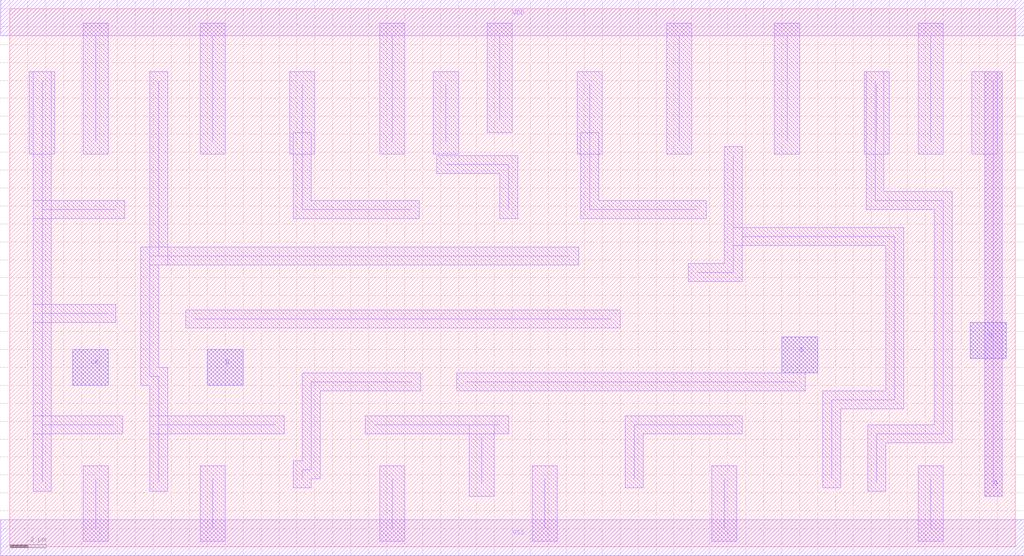
<source format=lef>
VERSION 5.5 ;
NAMESCASESENSITIVE ON ;
BUSBITCHARS "[]" ;
DIVIDERCHAR "/" ;

MACRO sff1
  CLASS CORE ;
  SOURCE USER ;
  ORIGIN 0 0 ;
  SIZE 56.000 BY 30.000 ;
  SYMMETRY X Y ;
  SITE unit ;
 
  PIN CK
    USE SIGNAL ;
    PORT
      LAYER ML2 ;
        POLYGON 3.500 9.000  3.500 11.000  5.500 11.000  5.500 9.000  3.500 
        9.000  ;
    END
    PORT
      LAYER ML1 ;
        POLYGON 3.500 9.000  3.500 11.000  5.500 11.000  5.500 9.000  3.500 
        9.000  ;
    END
  END CK
  PIN D
    USE SIGNAL ;
    PORT
      LAYER ML2 ;
        POLYGON 11.000 9.000  11.000 11.000  13.000 11.000  13.000 9.000  
        11.000 9.000  ;
    END
    PORT
      LAYER ML1 ;
        POLYGON 11.000 9.000  11.000 11.000  13.000 11.000  13.000 9.000  
        11.000 9.000  ;
    END
  END D
  PIN Q
    USE SIGNAL ;
    PORT
      LAYER ML1 ;
        POLYGON 53.500 10.500  53.500 12.500  55.500 12.500  55.500 10.500  
        53.500 10.500  ;
    END
    PORT
      LAYER ML2 ;
        POLYGON 53.500 10.500  53.500 12.500  55.500 12.500  55.500 10.500  
        53.500 10.500  ;
    END
    PORT
      LAYER ML1 ;
        WIDTH 1.000  ;
        PATH 54.800 3.300 54.800 26.000  ;
    END
  END Q
  PIN S
    USE SIGNAL ;
    PORT
      LAYER ML2 ;
        POLYGON 43.000 9.700  43.000 11.700  45.000 11.700  45.000 9.700  
        43.000 9.700  ;
    END
    PORT
      LAYER ML1 ;
        POLYGON 43.000 9.700  43.000 11.700  45.000 11.700  45.000 9.700  
        43.000 9.700  ;
    END
  END S
  PIN VDD
    USE POWER ;
    PORT
      LAYER ML1 ;
        RECT -0.500 28.500  56.500 30.500  ;
    END
  END VDD
  PIN VSS
    USE GROUND ;
    PORT
      LAYER ML1 ;
        RECT -0.500 -0.500  56.500 1.500  ;
    END
  END VSS
  OBS

    LAYER ML1 ;
      WIDTH 1.000  ;
      PATH 1.800 26.000 1.800 3.600  ;
      WIDTH 1.400  ;
      PATH 1.800 22.600 1.800 25.800  ;
      WIDTH 1.000  ;
      PATH 5.400 13.000 1.800 13.000  ;
      WIDTH 1.000  ;
      PATH 5.800 6.800 1.800 6.800  ;
      WIDTH 1.000  ;
      PATH 5.900 18.800 1.800 18.800  ;
      WIDTH 1.400  ;
      PATH 4.800 22.600 4.800 28.500  ;
      WIDTH 1.400  ;
      PATH 4.800 1.000 4.800 3.800  ;
      WIDTH 1.000  ;
      PATH 8.300 3.600 8.300 9.500 7.800 9.500 7.800 16.200 8.300 16.200 8.300 
      26.000  ;
      WIDTH 1.400  ;
      PATH 11.300 1.000 11.300 3.800  ;
      WIDTH 1.400  ;
      PATH 11.300 22.600 11.300 28.500  ;
      WIDTH 1.000  ;
      PATH 14.800 6.800 8.300 6.800  ;
      WIDTH 1.400  ;
      PATH 16.300 22.600 16.300 25.800  ;
      WIDTH 1.000  ;
      PATH 16.300 22.600 16.300 18.800 22.300 18.800  ;
      WIDTH 1.000  ;
      PATH 16.300 3.800 16.300 4.300 16.800 4.300 16.800 9.200 22.400 9.200  ;
      WIDTH 1.000  ;
      PATH 8.300 16.200 31.200 16.200  ;
      WIDTH 1.400  ;
      PATH 21.300 22.600 21.300 28.500  ;
      WIDTH 1.400  ;
      PATH 21.300 1.000 21.300 3.800  ;
      WIDTH 1.000  ;
      PATH 33.500 12.700 10.300 12.700  ;
      WIDTH 1.000  ;
      PATH 27.300 6.800 20.300 6.800  ;
      WIDTH 1.400  ;
      PATH 24.300 22.600 24.300 25.800  ;
      WIDTH 1.000  ;
      PATH 24.300 21.300 27.800 21.300 27.800 18.800  ;
      WIDTH 1.400  ;
      PATH 26.300 3.500 26.300 6.100  ;
      WIDTH 1.400  ;
      PATH 27.300 23.800 27.300 28.500  ;
      WIDTH 1.400  ;
      PATH 29.800 1.000 29.800 3.800  ;
      WIDTH 1.400  ;
      PATH 32.300 22.600 32.300 25.800  ;
      WIDTH 1.000  ;
      PATH 25.400 9.200 43.800 9.200  ;
      WIDTH 1.000  ;
      PATH 32.300 22.600 32.300 18.800 38.300 18.800  ;
      WIDTH 1.400  ;
      PATH 37.300 22.600 37.300 28.500  ;
      WIDTH 1.000  ;
      PATH 34.800 3.800 34.800 6.800 40.300 6.800  ;
      WIDTH 1.000  ;
      PATH 40.300 21.800 40.300 15.300 38.300 15.300  ;
      WIDTH 1.400  ;
      PATH 39.800 1.000 39.800 3.800  ;
      WIDTH 1.400  ;
      PATH 43.300 22.600 43.300 28.500  ;
      WIDTH 1.000  ;
      PATH 45.800 3.800 45.800 8.200 49.300 8.200 49.300 17.300 40.800 17.300 
       ;
      WIDTH 1.400  ;
      PATH 48.300 22.600 48.300 25.800  ;
      WIDTH 1.000  ;
      PATH 48.200 26.000 48.200 19.300 52.000 19.300 52.000 6.300 48.300 6.300 
      48.300 3.600  ;
      WIDTH 1.400  ;
      PATH 51.300 1.000 51.300 3.800  ;
      WIDTH 1.400  ;
      PATH 51.300 22.600 51.300 28.500  ;

      WIDTH 1.400  ;
      PATH 54.300 22.600 54.300 25.800  ;
      WIDTH 1.000  ;
      PATH 54.800 3.300 54.800 26.000  ;

    VIA 1.800 23.800  dcont ;
    VIA 1.800 21.800  dcont ;
    VIA 1.800 3.800  dcont ;
    VIA 1.800 25.800  dcont ;
    VIA 4.800 23.800  dcont ;
    VIA 4.800 21.800  dcont ;
    VIA 4.800 25.800  dcont ;
    VIA 4.800 3.800  dcont ;
    VIA 7.800 25.800  dcont ;
    VIA 7.800 23.800  dcont ;
    VIA 7.800 21.800  dcont ;
    VIA 7.800 3.800  dcont ;
    VIA 11.300 21.800  dcont ;
    VIA 11.300 23.800  dcont ;
    VIA 11.300 25.800  dcont ;
    VIA 11.300 3.800  dcont ;
    VIA 16.300 21.800  dcont ;
    VIA 16.300 25.800  dcont ;
    VIA 16.300 23.800  dcont ;
    VIA 16.300 3.800  dcont ;
    VIA 21.300 21.800  dcont ;
    VIA 21.300 23.800  dcont ;
    VIA 21.300 25.800  dcont ;
    VIA 21.300 3.800  dcont ;
    VIA 24.300 21.800  dcont ;
    VIA 24.300 23.800  dcont ;
    VIA 24.300 25.800  dcont ;
    VIA 26.300 3.800  dcont ;
    VIA 27.300 25.800  dcont ;
    VIA 27.300 23.800  dcont ;
    VIA 29.800 3.800  dcont ;
    VIA 32.300 21.800  dcont ;
    VIA 32.300 23.800  dcont ;
    VIA 32.300 25.800  dcont ;
    VIA 34.800 3.800  dcont ;
    VIA 37.300 21.800  dcont ;
    VIA 37.300 23.800  dcont ;
    VIA 37.300 25.800  dcont ;
    VIA 39.800 3.800  dcont ;
    VIA 40.300 21.800  dcont ;
    VIA 40.300 23.800  dcont ;
    VIA 40.300 25.800  dcont ;
    VIA 43.300 25.800  dcont ;
    VIA 43.300 23.800  dcont ;
    VIA 43.300 21.800  dcont ;
    VIA 44.800 3.800  dcont ;
    VIA 48.300 3.800  dcont ;
    VIA 48.300 21.800  dcont ;
    VIA 48.300 23.800  dcont ;
    VIA 48.300 25.800  dcont ;
    VIA 51.300 3.800  dcont ;
    VIA 51.300 21.800  dcont ;
    VIA 51.300 23.800  dcont ;
    VIA 51.300 25.800  dcont ;
    VIA 54.300 3.800  dcont ;
    VIA 54.300 21.800  dcont ;
    VIA 54.300 23.800  dcont ;
    VIA 54.300 25.800  dcont ;
    VIA 33.800 12.700  pcont ;
    VIA 50.000 29.500  nsubcont ;
    VIA 27.700 29.500  nsubcont ;
    VIA 10.200 29.500  nsubcont ;
    VIA 4.500 10.000  pcont ;
    VIA 5.300 13.000  pcont ;
    VIA 5.800 18.800  pcont ;
    VIA 5.800 6.800  pcont ;
    VIA 10.300 13.000  pcont ;
    VIA 12.000 10.000  pcont ;
    VIA 14.800 6.800  pcont ;
    VIA 15.300 13.000  pcont ;
    VIA 17.300 16.000  pcont ;
    VIA 20.300 6.800  pcont ;
    VIA 22.300 18.700  pcont ;
    VIA 22.300 9.700  pcont ;
    VIA 25.300 9.700  pcont ;
    VIA 27.300 6.800  pcont ;
    VIA 28.300 18.800  pcont ;
    VIA 29.800 13.700  pcont ;
    VIA 31.300 16.200  pcont ;
    VIA 37.800 14.800  pcont ;
    VIA 38.300 18.300  pcont ;
    VIA 40.800 6.800  pcont ;
    VIA 44.000 10.700  pcont ;
    VIA 49.300 8.700  pcont ;
    VIA 49.300 16.800  pcont ;
    VIA 52.300 6.800  pcont ;
    VIA 52.300 18.800  pcont ;
    VIA 50.000 0.500  psubcont ;
    VIA 27.700 0.500  psubcont ;
    VIA 10.200 0.500  psubcont ;
  END
END sff1

MACRO dcont
  CLASS CORE ;
  OBS
    LAYER ML1 ;
      RECT -1.000 -1.000  1.000 1.000  ;
  END
END dcont

MACRO pcont
  CLASS CORE ;
  OBS
    LAYER ML1 ;
      RECT -1.000 -1.000  1.000 1.000  ;
  END
END pcont

MACRO nsubcont
  CLASS CORE ;
  OBS
    LAYER ML1 ;
      RECT -1.000 -1.000  1.000 1.000  ;
  END
END nsubcont

MACRO psubcont
  CLASS CORE ;
  OBS
    LAYER ML1 ;
      RECT -1.000 -1.000  1.000 1.000  ;
  END
END psubcont


END LIBRARY

</source>
